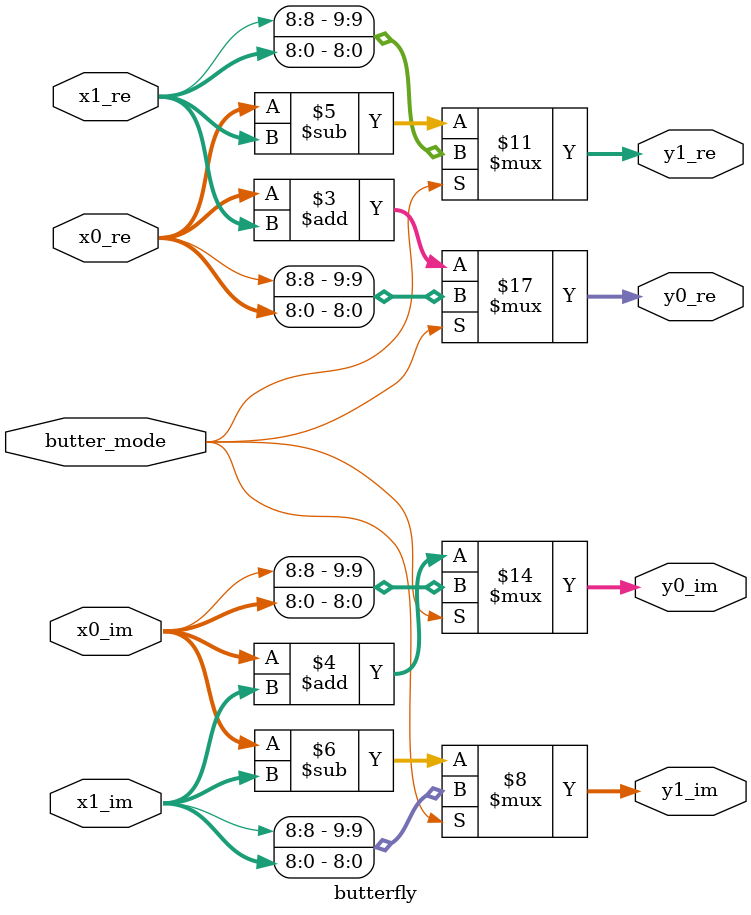
<source format=v>
`timescale 1ns / 1ps


module butterfly #(
    parameter WIDTH = 10
)(
    input  wire                  butter_mode,     // 0: compute, 1: bypass
    input  wire signed [WIDTH-2:0] x0_re,
    input  wire signed [WIDTH-2:0] x0_im,
    input  wire signed [WIDTH-2:0] x1_re,
    input  wire signed [WIDTH-2:0] x1_im,
    output reg  signed [WIDTH-1:0] y0_re,
    output reg  signed [WIDTH-1:0] y0_im,
    output reg  signed [WIDTH-1:0] y1_re,
    output reg  signed [WIDTH-1:0] y1_im
);

always @(*) begin
    if (!butter_mode) begin  // compute mode
        y0_re = x0_re + x1_re;
        y0_im = x0_im + x1_im;
        y1_re = x0_re - x1_re;
        y1_im = x0_im - x1_im;
    end else begin  // bypass mode
        y0_re = x0_re;
        y0_im = x0_im;
        y1_re = x1_re;
        y1_im = x1_im;
    end
end

endmodule



</source>
